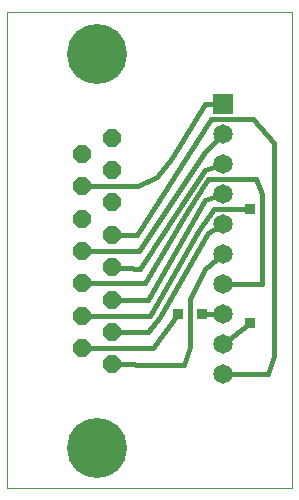
<source format=gbl>
G75*
%MOIN*%
%OFA0B0*%
%FSLAX25Y25*%
%IPPOS*%
%LPD*%
%AMOC8*
5,1,8,0,0,1.08239X$1,22.5*
%
%ADD10C,0.00000*%
%ADD11R,0.06500X0.06500*%
%ADD12C,0.06500*%
%ADD13OC8,0.06000*%
%ADD14C,0.20000*%
%ADD15C,0.01600*%
%ADD16R,0.03562X0.03562*%
D10*
X0041800Y0001000D02*
X0041800Y0159701D01*
X0136721Y0159701D01*
X0136721Y0001000D01*
X0041800Y0001000D01*
D11*
X0113800Y0129000D03*
D12*
X0113800Y0119000D03*
X0113800Y0109000D03*
X0113800Y0099000D03*
X0113800Y0089000D03*
X0113800Y0079000D03*
X0113800Y0069000D03*
X0113800Y0059000D03*
X0113800Y0049000D03*
X0113800Y0039000D03*
D13*
X0076800Y0042200D03*
X0076800Y0053000D03*
X0076800Y0063800D03*
X0076800Y0074600D03*
X0076800Y0085400D03*
X0076800Y0096200D03*
X0076800Y0107000D03*
X0076800Y0117800D03*
X0066800Y0112400D03*
X0066800Y0101600D03*
X0066800Y0090800D03*
X0066800Y0080000D03*
X0066800Y0069200D03*
X0066800Y0058400D03*
X0066800Y0047600D03*
D14*
X0071800Y0014400D03*
X0071800Y0145600D03*
D15*
X0107800Y0129000D02*
X0096800Y0111000D01*
X0091800Y0104600D01*
X0085400Y0101600D01*
X0066800Y0101600D01*
X0076800Y0085400D02*
X0085200Y0085400D01*
X0109800Y0124000D01*
X0123800Y0124000D01*
X0130800Y0116000D01*
X0130800Y0045000D01*
X0128800Y0039000D01*
X0113800Y0039000D01*
X0113800Y0049000D02*
X0122800Y0056000D01*
X0113800Y0059000D02*
X0106800Y0059000D01*
X0102800Y0064000D02*
X0102800Y0048000D01*
X0100800Y0042000D01*
X0085800Y0042000D01*
X0083000Y0042200D01*
X0076800Y0042200D01*
X0076800Y0053000D02*
X0088800Y0053000D01*
X0092800Y0058000D01*
X0108800Y0086000D01*
X0113800Y0089000D01*
X0110800Y0094000D02*
X0122800Y0094000D01*
X0126800Y0099000D02*
X0126800Y0069000D01*
X0113800Y0069000D01*
X0107800Y0074000D02*
X0102800Y0064000D01*
X0098800Y0059000D02*
X0090400Y0047600D01*
X0066800Y0047600D01*
X0066800Y0058400D02*
X0089400Y0058400D01*
X0105800Y0087000D01*
X0110800Y0094000D01*
X0107800Y0097000D02*
X0088600Y0063800D01*
X0076800Y0063800D01*
X0076800Y0074600D02*
X0086200Y0074000D01*
X0099800Y0095000D01*
X0107800Y0107000D01*
X0113800Y0109000D01*
X0108800Y0104000D02*
X0124800Y0104000D01*
X0126800Y0099000D01*
X0113800Y0099000D02*
X0107800Y0097000D01*
X0108800Y0104000D02*
X0101800Y0093000D01*
X0087600Y0069200D01*
X0066800Y0069200D01*
X0066800Y0080000D02*
X0085800Y0080000D01*
X0107800Y0113000D01*
X0113800Y0119000D01*
X0113800Y0129000D02*
X0107800Y0129000D01*
X0113800Y0079000D02*
X0107800Y0074000D01*
D16*
X0106800Y0059000D03*
X0098800Y0059000D03*
X0122800Y0056000D03*
X0122800Y0094000D03*
M02*

</source>
